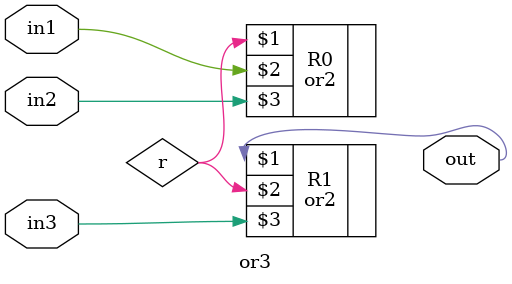
<source format=v>
module or3(out, in1, in2, in3);
    input in1, in2, in3;
    output out;

    wire r;
    or2 R0(r, in1, in2);
    or2 R1(out, r, in3);
endmodule
</source>
